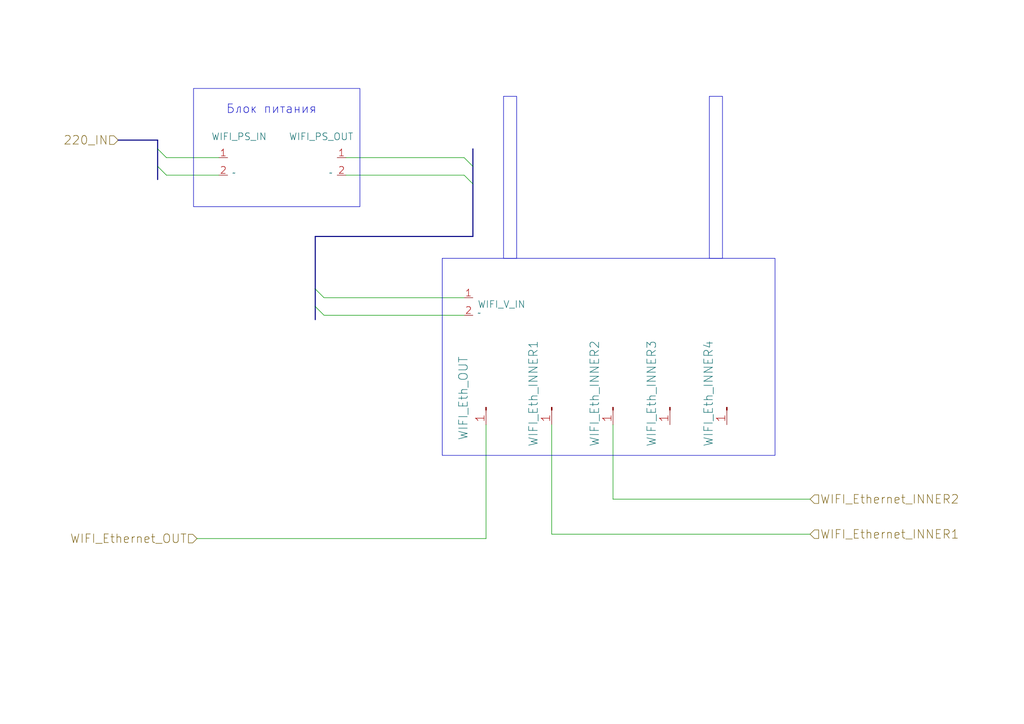
<source format=kicad_sch>
(kicad_sch (version 20231120) (generator "eeschema") (generator_version "8.0")
  (paper "A4")
  (lib_symbols
    (symbol "Connector:Conn_01x01_Pin" (pin_names (offset 1.016) hide)
      (property "Reference" "J" (at 0 6.604 0))
      (property "Value" "Conn_01x01_Pin" (at 0 -2.54 0))
      (symbol "Conn_01x01_Pin_1_1"
        (polyline (pts (xy 1.27 0) (xy 0.8636 0)) (stroke (width 0.1524)))
        (rectangle (start 0.8636 0.127) (end 0 -0.127) (stroke (width 0.1524)) (fill (type outline)))
        (pin passive line (at 5.08 0 180) (length 3.81) (name "Pin_1") (number "1"))
      )
    )
    (symbol "Connector:Conn_01x02_(wide)"
      (property "Reference" "J" (at 0 0 0))
      (symbol "Conn_01x02_(wide)_1_1"
        (pin input line (at -2.54 -5.08 0) (length 2.54) (name "") (number "1"))
        (pin input line (at -2.54 -10.16 0) (length 2.54) (name "") (number "2"))
      )
    )
  )
  (bus_entry (at 134.62 45.72) (size 2.54 2.54))
  (bus_entry (at 91.44 88.9) (size 2.54 2.54))
  (bus_entry (at 45.72 43.18) (size 2.54 2.54))
  (bus_entry (at 91.44 83.82) (size 2.54 2.54))
  (bus_entry (at 134.62 50.8) (size 2.54 2.54))
  (bus_entry (at 45.72 48.26) (size 2.54 2.54))
  (bus (pts (xy 45.72 40.64) (xy 45.72 43.18)))
  (wire (pts (xy 48.26 50.8) (xy 63.5 50.8)))
  (wire (pts (xy 48.26 45.72) (xy 63.5 45.72)))
  (bus (pts (xy 137.16 48.26) (xy 137.16 53.34)))
  (wire (pts (xy 177.8 123.19) (xy 177.8 144.78)))
  (wire (pts (xy 140.97 156.21) (xy 140.97 123.19)))
  (bus (pts (xy 45.72 43.18) (xy 45.72 48.26)))
  (wire (pts (xy 100.33 50.8) (xy 134.62 50.8)))
  (bus (pts (xy 34.29 40.64) (xy 45.72 40.64)))
  (wire (pts (xy 93.98 91.44) (xy 134.62 91.44)))
  (wire (pts (xy 57.15 156.21) (xy 140.97 156.21)))
  (bus (pts (xy 91.44 68.58) (xy 91.44 83.82)))
  (bus (pts (xy 91.44 83.82) (xy 91.44 88.9)))
  (bus (pts (xy 45.72 48.26) (xy 45.72 52.07)))
  (wire (pts (xy 100.33 45.72) (xy 134.62 45.72)))
  (bus (pts (xy 91.44 88.9) (xy 91.44 92.71)))
  (bus (pts (xy 137.16 68.58) (xy 91.44 68.58)))
  (bus (pts (xy 137.16 53.34) (xy 137.16 68.58)))
  (wire (pts (xy 93.98 86.36) (xy 134.62 86.36)))
  (wire (pts (xy 177.8 144.78) (xy 234.95 144.78)))
  (wire (pts (xy 160.02 154.94) (xy 160.02 123.19)))
  (bus (pts (xy 137.16 43.18) (xy 137.16 48.26)))
  (wire (pts (xy 234.95 154.94) (xy 160.02 154.94)))
  (rectangle (start 205.74 27.94) (end 209.55 74.93))
  (rectangle (start 128.27 74.93) (end 224.79 132.08))
  (rectangle (start 146.05 27.94) (end 149.86 74.93))
  (rectangle (start 56.134 25.654) (end 104.394 59.944))
  (text "Блок питания" (at 78.74 31.75 0) (effects (font (size 2.5 2.5))))
  (hierarchical_label "WIFI_Ethernet_INNER1" (shape input) (at 234.95 154.94 0) (effects (font (size 2.5 2.5))))
  (hierarchical_label "WIFI_Ethernet_INNER2" (shape input) (at 234.95 144.78 0) (effects (font (size 2.5 2.5))))
  (hierarchical_label "WIFI_Ethernet_OUT" (shape input) (at 57.15 156.21 180) (effects (font (size 2.5 2.5))))
  (hierarchical_label "220_IN" (shape input) (at 34.29 40.64 180) (effects (font (size 2.5 2.5))))
  (symbol (lib_id "Connector:Conn_01x01_Pin") (at 194.31 118.11 270) (unit 1)
    (property "Reference" "WIFI_Eth_INNER3" (at 188.976 98.552 0) (effects (font (size 2.5 2.5)) (justify left)))
    (property "Value" "Conn_01x01_Pin" (effects (hide yes)))
    (property "Description" "Generic connector, single row, 01x01, script generated" (effects (hide yes)))
  )
  (symbol (lib_id "Connector:Conn_01x02_(wide)") (at 66.04 40.64 0) (unit 1)
    (property "Reference" "WIFI_PS_IN" (at 61.214 39.624 0) (effects (font (size 2 2)) (justify left)))
    (property "Value" "~" (at 67.31 50.165 0) (effects (justify left)))
  )
  (symbol (lib_id "Connector:Conn_01x02_(wide)") (at 97.79 40.64 0) (mirror y) (unit 1)
    (property "Reference" "WIFI_PS_OUT" (at 102.616 39.624 0) (effects (font (size 2 2)) (justify left)))
    (property "Value" "~" (at 96.52 50.165 0) (effects (justify left)))
  )
  (symbol (lib_id "Connector:Conn_01x01_Pin") (at 140.97 118.11 270) (unit 1)
    (property "Reference" "WIFI_Eth_OUT" (at 134.366 103.124 0) (effects (font (size 2.5 2.5)) (justify left)))
    (property "Value" "Conn_01x01_Pin" (effects (hide yes)))
    (property "Description" "Generic connector, single row, 01x01, script generated" (effects (hide yes)))
  )
  (symbol (lib_id "Connector:Conn_01x01_Pin") (at 177.8 118.11 270) (unit 1)
    (property "Reference" "WIFI_Eth_INNER2" (at 172.466 98.552 0) (effects (font (size 2.5 2.5)) (justify left)))
    (property "Value" "Conn_01x01_Pin" (effects (hide yes)))
    (property "Description" "Generic connector, single row, 01x01, script generated" (effects (hide yes)))
  )
  (symbol (lib_id "Connector:Conn_01x01_Pin") (at 160.02 118.11 270) (unit 1)
    (property "Reference" "WIFI_Eth_INNER1" (at 154.686 98.552 0) (effects (font (size 2.5 2.5)) (justify left)))
    (property "Value" "Conn_01x01_Pin" (effects (hide yes)))
    (property "Description" "Generic connector, single row, 01x01, script generated" (effects (hide yes)))
  )
  (symbol (lib_id "Connector:Conn_01x01_Pin") (at 210.82 118.11 270) (unit 1)
    (property "Reference" "WIFI_Eth_INNER4" (at 205.486 98.552 0) (effects (font (size 2.5 2.5)) (justify left)))
    (property "Value" "Conn_01x01_Pin" (effects (hide yes)))
    (property "Description" "Generic connector, single row, 01x01, script generated" (effects (hide yes)))
  )
  (symbol (lib_id "Connector:Conn_01x02_(wide)") (at 137.16 81.28 0) (unit 1)
    (property "Reference" "WIFI_V_IN" (at 138.43 88.2649 0) (effects (font (size 2 2)) (justify left)))
    (property "Value" "~" (at 138.43 90.805 0) (effects (justify left)))
  )
)
</source>
